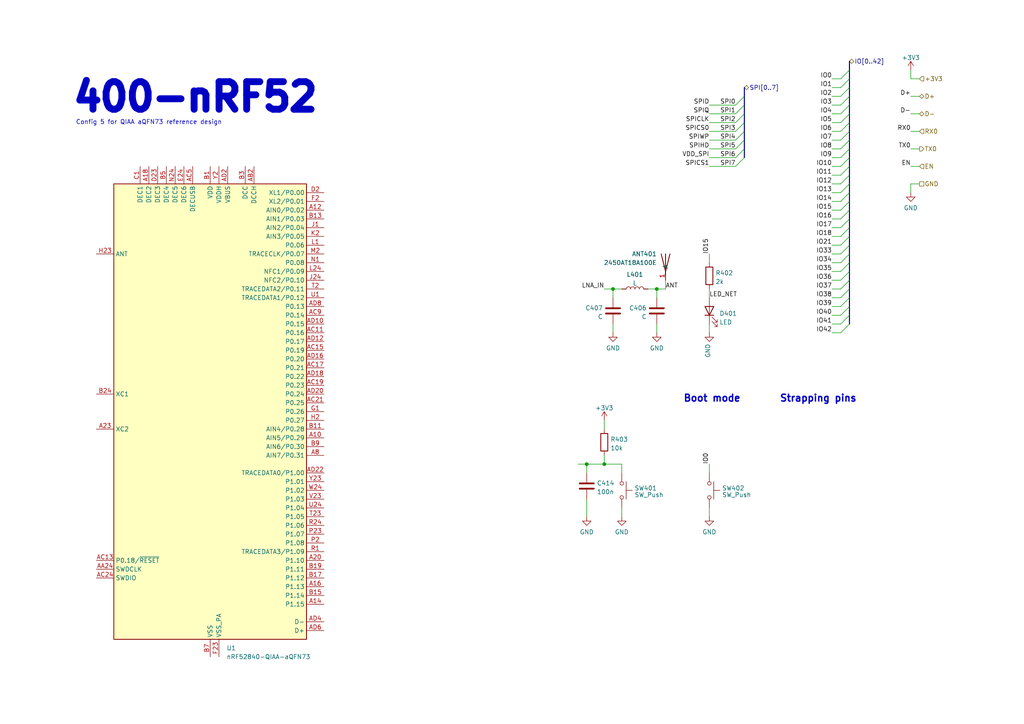
<source format=kicad_sch>
(kicad_sch (version 20231120) (generator "eeschema") (generator_version "8.0")
  (paper "A4")
  (title_block (title "PSoM - nRF52840") (date "2024-09-30") (rev "HW00") (company "PumaCorp") (comment 1 "Design by: NdG"))
  (lib_symbols
    (symbol "Component lib:2450AT18A100E" (pin_names (offset 0.762))
      (property "Reference" "ANT" (at 6.35 10.16 0))
      (property "Value" "2450AT18A100E" (at 6.35 7.62 0))
      (symbol "2450AT18A100E_0_1"
        (polyline (pts (xy 0 7.62) (xy 0 1.27)) (stroke (width 0.254)))
        (polyline (pts (xy 1.27 7.62) (xy 0 2.54) (xy -1.27 7.62)) (stroke (width 0.254)))
      )
      (symbol "2450AT18A100E_1_1"
        (pin input line (at 0 0 90) (length 2.54) (name "A") (number "1"))
      )
    )
    (symbol "Component lib:C" (pin_numbers hide) (pin_names (offset 0.254))
      (property "Reference" "C" (at 0.635 -1.27 0))
      (property "Value" "C" (at 0.635 -6.35 0))
      (symbol "C_0_1"
        (polyline (pts (xy -2.032 -4.572) (xy 2.032 -4.572)) (stroke (width 0.508)))
        (polyline (pts (xy -2.032 -3.048) (xy 2.032 -3.048)) (stroke (width 0.508)))
      )
      (symbol "C_1_1"
        (pin passive line (at 0 0 270) (length 2.794) (name "~") (number "1"))
        (pin passive line (at 0 -7.62 90) (length 2.794) (name "~") (number "2"))
      )
    )
    (symbol "Component lib:L" (pin_numbers hide) (pin_names (offset 1.016) hide)
      (property "Reference" "L" (at 3.81 -1.27 0))
      (property "Value" "L" (at 3.81 1.905 0))
      (symbol "L_0_1"
        (arc (start 2.54 0) (mid 1.905 0.6323) (end 1.27 0))
        (arc (start 3.81 0) (mid 3.175 0.6323) (end 2.54 0))
        (arc (start 5.08 0) (mid 4.445 0.6323) (end 3.81 0))
        (arc (start 6.35 0) (mid 5.715 0.6323) (end 5.08 0))
      )
      (symbol "L_1_1"
        (pin passive line (at 0 0 0) (length 1.27) (name "1") (number "1"))
        (pin passive line (at 7.62 0 180) (length 1.27) (name "2") (number "2"))
      )
    )
    (symbol "Component lib:LED" (pin_numbers hide) (pin_names (offset 1.016) hide)
      (property "Reference" "D" (at 3.81 2.54 0))
      (property "Value" "LED" (at 3.81 -2.54 0))
      (symbol "LED_0_1"
        (polyline (pts (xy 2.54 -1.27) (xy 2.54 1.27)) (stroke (width 0.254)))
        (polyline (pts (xy 2.54 0) (xy 5.08 0)))
        (polyline (pts (xy 5.08 -1.27) (xy 5.08 1.27) (xy 2.54 0) (xy 5.08 -1.27)) (stroke (width 0.254)))
        (polyline (pts (xy 0.762 -0.762) (xy -0.762 -2.286) (xy 0 -2.286) (xy -0.762 -2.286) (xy -0.762 -1.524)))
        (polyline (pts (xy 2.032 -0.762) (xy 0.508 -2.286) (xy 1.27 -2.286) (xy 0.508 -2.286) (xy 0.508 -1.524)))
      )
      (symbol "LED_1_1"
        (pin passive line (at 0 0 0) (length 2.54) (name "K") (number "1"))
        (pin passive line (at 7.62 0 180) (length 2.54) (name "A") (number "2"))
      )
    )
    (symbol "Component lib:R" (pin_numbers hide) (pin_names (offset 0))
      (property "Reference" "R" (at 2.032 -3.81 90))
      (property "Value" "R" (at 0 -3.81 90))
      (symbol "R_0_1"
        (rectangle (start -1.016 -6.35) (end 1.016 -1.27) (stroke (width 0.254)))
      )
      (symbol "R_1_1"
        (pin passive line (at 0 0 270) (length 1.27) (name "~") (number "1"))
        (pin passive line (at 0 -7.62 90) (length 1.27) (name "~") (number "2"))
      )
    )
    (symbol "Component_lib:nRF52840-QIAA-aQFN73"
      (property "Reference" "U" (at 0 5.08 0))
      (property "Value" "nRF52840-QIAA-aQFN73" (at 0 2.54 0))
      (symbol "nRF52840-QIAA-aQFN73_0_1"
        (rectangle (start -27.94 66.04) (end 27.94 -66.04) (stroke (width 0.254)) (fill (type background)))
      )
      (symbol "nRF52840-QIAA-aQFN73_1_1"
        (pin bidirectional line (at 33.02 -7.62 180) (length 5.08) (name "AIN5/P0.29") (number "A10"))
        (pin bidirectional line (at 33.02 58.42 180) (length 5.08) (name "AIN0/P0.02") (number "A12"))
        (pin bidirectional line (at 33.02 -55.88 180) (length 5.08) (name "P1.15") (number "A14"))
        (pin bidirectional line (at 33.02 -50.8 180) (length 5.08) (name "P1.13") (number "A16"))
        (pin passive line (at -17.78 71.12 270) (length 5.08) (name "DEC2") (number "A18"))
        (pin bidirectional line (at 33.02 -43.18 180) (length 5.08) (name "P1.10") (number "A20"))
        (pin passive line (at 0 71.12 270) (length 5.08) hide (name "VDD") (number "A22"))
        (pin input line (at -33.02 -5.08 0) (length 5.08) (name "XC2") (number "A23"))
        (pin bidirectional line (at 33.02 -12.7 180) (length 5.08) (name "AIN7/P0.31") (number "A8"))
        (pin input line (at -33.02 -45.72 0) (length 5.08) (name "SWDCLK") (number "AA24"))
        (pin power_out line (at 12.7 71.12 270) (length 5.08) (name "DCCH") (number "AB2"))
        (pin bidirectional line (at 33.02 22.86 180) (length 5.08) (name "P0.16") (number "AC11"))
        (pin bidirectional line (at -33.02 -43.18 0) (length 5.08) (name "P0.18/~{RESET}") (number "AC13"))
        (pin bidirectional line (at 33.02 17.78 180) (length 5.08) (name "P0.19") (number "AC15"))
        (pin bidirectional line (at 33.02 12.7 180) (length 5.08) (name "P0.21") (number "AC17"))
        (pin bidirectional line (at 33.02 7.62 180) (length 5.08) (name "P0.23") (number "AC19"))
        (pin bidirectional line (at 33.02 2.54 180) (length 5.08) (name "P0.25") (number "AC21"))
        (pin bidirectional line (at -33.02 -48.26 0) (length 5.08) (name "SWDIO") (number "AC24"))
        (pin passive line (at -5.08 71.12 270) (length 5.08) (name "DECUSB") (number "AC5"))
        (pin bidirectional line (at 33.02 27.94 180) (length 5.08) (name "P0.14") (number "AC9"))
        (pin bidirectional line (at 33.02 25.4 180) (length 5.08) (name "P0.15") (number "AD10"))
        (pin bidirectional line (at 33.02 20.32 180) (length 5.08) (name "P0.17") (number "AD12"))
        (pin passive line (at 0 71.12 270) (length 5.08) hide (name "VDD") (number "AD14"))
        (pin bidirectional line (at 33.02 15.24 180) (length 5.08) (name "P0.20") (number "AD16"))
        (pin bidirectional line (at 33.02 10.16 180) (length 5.08) (name "P0.22") (number "AD18"))
        (pin power_in line (at 5.08 71.12 270) (length 5.08) (name "VBUS") (number "AD2"))
        (pin bidirectional line (at 33.02 5.08 180) (length 5.08) (name "P0.24") (number "AD20"))
        (pin bidirectional line (at 33.02 -17.78 180) (length 5.08) (name "TRACEDATA0/P1.00") (number "AD22"))
        (pin passive line (at 0 71.12 270) (length 5.08) hide (name "VDD") (number "AD23"))
        (pin bidirectional line (at 33.02 -60.96 180) (length 5.08) (name "D-") (number "AD4"))
        (pin bidirectional line (at 33.02 -63.5 180) (length 5.08) (name "D+") (number "AD6"))
        (pin bidirectional line (at 33.02 30.48 180) (length 5.08) (name "P0.13") (number "AD8"))
        (pin power_in line (at 0 71.12 270) (length 5.08) (name "VDD") (number "B1"))
        (pin bidirectional line (at 33.02 -5.08 180) (length 5.08) (name "AIN4/P0.28") (number "B11"))
        (pin bidirectional line (at 33.02 55.88 180) (length 5.08) (name "AIN1/P0.03") (number "B13"))
        (pin bidirectional line (at 33.02 -53.34 180) (length 5.08) (name "P1.14") (number "B15"))
        (pin bidirectional line (at 33.02 -48.26 180) (length 5.08) (name "P1.12") (number "B17"))
        (pin bidirectional line (at 33.02 -45.72 180) (length 5.08) (name "P1.11") (number "B19"))
        (pin input line (at -33.02 5.08 0) (length 5.08) (name "XC1") (number "B24"))
        (pin power_out line (at 10.16 71.12 270) (length 5.08) (name "DCC") (number "B3"))
        (pin passive line (at -12.7 71.12 270) (length 5.08) (name "DEC4") (number "B5"))
        (pin power_in line (at 0 -71.12 90) (length 5.08) (name "VSS") (number "B7"))
        (pin bidirectional line (at 33.02 -10.16 180) (length 5.08) (name "AIN6/P0.30") (number "B9"))
        (pin passive line (at -20.32 71.12 270) (length 5.08) (name "DEC1") (number "C1"))
        (pin bidirectional line (at 33.02 63.5 180) (length 5.08) (name "XL1/P0.00") (number "D2"))
        (pin passive line (at -15.24 71.12 270) (length 5.08) (name "DEC3") (number "D23"))
        (pin passive line (at -7.62 71.12 270) (length 5.08) (name "DEC6") (number "E24"))
        (pin passive line (at 0 -71.12 90) (length 5.08) hide (name "VSS") (number "EP"))
        (pin bidirectional line (at 33.02 60.96 180) (length 5.08) (name "XL2/P0.01") (number "F2"))
        (pin power_in line (at 2.54 -71.12 90) (length 5.08) (name "VSS_PA") (number "F23"))
        (pin bidirectional line (at 33.02 0 180) (length 5.08) (name "P0.26") (number "G1"))
        (pin bidirectional line (at 33.02 -2.54 180) (length 5.08) (name "P0.27") (number "H2"))
        (pin passive line (at -33.02 45.72 0) (length 5.08) (name "ANT") (number "H23"))
        (pin bidirectional line (at 33.02 53.34 180) (length 5.08) (name "AIN2/P0.04") (number "J1"))
        (pin bidirectional line (at 33.02 38.1 180) (length 5.08) (name "NFC2/P0.10") (number "J24"))
        (pin bidirectional line (at 33.02 50.8 180) (length 5.08) (name "AIN3/P0.05") (number "K2"))
        (pin bidirectional line (at 33.02 48.26 180) (length 5.08) (name "P0.06") (number "L1"))
        (pin bidirectional line (at 33.02 40.64 180) (length 5.08) (name "NFC1/P0.09") (number "L24"))
        (pin bidirectional line (at 33.02 45.72 180) (length 5.08) (name "TRACECLK/P0.07") (number "M2"))
        (pin bidirectional line (at 33.02 43.18 180) (length 5.08) (name "P0.08") (number "N1"))
        (pin passive line (at -10.16 71.12 270) (length 5.08) (name "DEC5") (number "N24"))
        (pin bidirectional line (at 33.02 -38.1 180) (length 5.08) (name "P1.08") (number "P2"))
        (pin bidirectional line (at 33.02 -35.56 180) (length 5.08) (name "P1.07") (number "P23"))
        (pin bidirectional line (at 33.02 -40.64 180) (length 5.08) (name "TRACEDATA3/P1.09") (number "R1"))
        (pin bidirectional line (at 33.02 -33.02 180) (length 5.08) (name "P1.06") (number "R24"))
        (pin bidirectional line (at 33.02 35.56 180) (length 5.08) (name "TRACEDATA2/P0.11") (number "T2"))
        (pin bidirectional line (at 33.02 -30.48 180) (length 5.08) (name "P1.05") (number "T23"))
        (pin bidirectional line (at 33.02 33.02 180) (length 5.08) (name "TRACEDATA1/P0.12") (number "U1"))
        (pin bidirectional line (at 33.02 -27.94 180) (length 5.08) (name "P1.04") (number "U24"))
        (pin bidirectional line (at 33.02 -25.4 180) (length 5.08) (name "P1.03") (number "V23"))
        (pin passive line (at 0 71.12 270) (length 5.08) hide (name "VDD") (number "W1"))
        (pin bidirectional line (at 33.02 -22.86 180) (length 5.08) (name "P1.02") (number "W24"))
        (pin power_in line (at 2.54 71.12 270) (length 5.08) (name "VDDH") (number "Y2"))
        (pin bidirectional line (at 33.02 -20.32 180) (length 5.08) (name "P1.01") (number "Y23"))
      )
    )
    (symbol "Switch:SW_Push" (pin_numbers hide) (pin_names (offset 1.016) hide)
      (property "Reference" "SW" (at 1.27 2.54 0))
      (property "Value" "SW_Push" (at 0 -1.524 0))
      (symbol "SW_Push_0_1"
        (circle (center -2.032 0) (radius 0.508))
        (polyline (pts (xy 0 1.27) (xy 0 3.048)))
        (polyline (pts (xy 2.54 1.27) (xy -2.54 1.27)))
        (circle (center 2.032 0) (radius 0.508))
        (pin passive line (at -5.08 0 0) (length 2.54) (name "1") (number "1"))
        (pin passive line (at 5.08 0 180) (length 2.54) (name "2") (number "2"))
      )
    )
    (symbol "power:+3V3" (power) (pin_names (offset 0))
      (property "Value" "+3V3" (at 0 3.556 0))
      (symbol "+3V3_0_1"
        (polyline (pts (xy -0.762 1.27) (xy 0 2.54)))
        (polyline (pts (xy 0 0) (xy 0 2.54)))
        (polyline (pts (xy 0 2.54) (xy 0.762 1.27)))
      )
      (symbol "+3V3_1_1"
        (pin power_in line (at 0 0 90) (length 0) hide (name "+3V3") (number "1"))
      )
    )
    (symbol "power:GND" (power) (pin_names (offset 0))
      (property "Value" "GND" (at 0 -3.81 0))
      (symbol "GND_0_1"
        (polyline (pts (xy 0 0) (xy 0 -1.27) (xy 1.27 -1.27) (xy 0 -2.54) (xy -1.27 -1.27) (xy 0 -1.27)))
      )
      (symbol "GND_1_1"
        (pin power_in line (at 0 0 270) (length 0) hide (name "GND") (number "1"))
      )
    )
  )
  (junction (at 170.18 134.62))
  (junction (at 175.26 134.62))
  (junction (at 177.8 83.82))
  (junction (at 190.5 83.82))
  (bus_entry (at 243.84 86.36) (size 2.54 -2.54))
  (bus_entry (at 243.84 40.64) (size 2.54 -2.54))
  (bus_entry (at 243.84 55.88) (size 2.54 -2.54))
  (bus_entry (at 243.84 68.58) (size 2.54 -2.54))
  (bus_entry (at 213.36 43.18) (size 2.54 -2.54))
  (bus_entry (at 243.84 71.12) (size 2.54 -2.54))
  (bus_entry (at 213.36 48.26) (size 2.54 -2.54))
  (bus_entry (at 243.84 27.94) (size 2.54 -2.54))
  (bus_entry (at 243.84 88.9) (size 2.54 -2.54))
  (bus_entry (at 243.84 53.34) (size 2.54 -2.54))
  (bus_entry (at 243.84 93.98) (size 2.54 -2.54))
  (bus_entry (at 243.84 30.48) (size 2.54 -2.54))
  (bus_entry (at 243.84 33.02) (size 2.54 -2.54))
  (bus_entry (at 243.84 50.8) (size 2.54 -2.54))
  (bus_entry (at 243.84 38.1) (size 2.54 -2.54))
  (bus_entry (at 213.36 45.72) (size 2.54 -2.54))
  (bus_entry (at 243.84 78.74) (size 2.54 -2.54))
  (bus_entry (at 243.84 91.44) (size 2.54 -2.54))
  (bus_entry (at 243.84 35.56) (size 2.54 -2.54))
  (bus_entry (at 213.36 35.56) (size 2.54 -2.54))
  (bus_entry (at 243.84 60.96) (size 2.54 -2.54))
  (bus_entry (at 213.36 38.1) (size 2.54 -2.54))
  (bus_entry (at 243.84 45.72) (size 2.54 -2.54))
  (bus_entry (at 243.84 66.04) (size 2.54 -2.54))
  (bus_entry (at 213.36 40.64) (size 2.54 -2.54))
  (bus_entry (at 243.84 48.26) (size 2.54 -2.54))
  (bus_entry (at 243.84 43.18) (size 2.54 -2.54))
  (bus_entry (at 243.84 25.4) (size 2.54 -2.54))
  (bus_entry (at 243.84 96.52) (size 2.54 -2.54))
  (bus_entry (at 243.84 63.5) (size 2.54 -2.54))
  (bus_entry (at 243.84 83.82) (size 2.54 -2.54))
  (bus_entry (at 243.84 22.86) (size 2.54 -2.54))
  (bus_entry (at 213.36 30.48) (size 2.54 -2.54))
  (bus_entry (at 243.84 76.2) (size 2.54 -2.54))
  (bus_entry (at 243.84 81.28) (size 2.54 -2.54))
  (bus_entry (at 243.84 58.42) (size 2.54 -2.54))
  (bus_entry (at 243.84 73.66) (size 2.54 -2.54))
  (bus_entry (at 213.36 33.02) (size 2.54 -2.54))
  (wire (pts (xy 264.16 48.26) (xy 266.7 48.26)))
  (bus (pts (xy 246.38 50.8) (xy 246.38 53.34)))
  (bus (pts (xy 246.38 27.94) (xy 246.38 30.48)))
  (bus (pts (xy 246.38 63.5) (xy 246.38 66.04)))
  (wire (pts (xy 170.18 144.78) (xy 170.18 149.86)))
  (wire (pts (xy 264.16 22.86) (xy 266.7 22.86)))
  (wire (pts (xy 241.3 27.94) (xy 243.84 27.94)))
  (bus (pts (xy 246.38 43.18) (xy 246.38 45.72)))
  (wire (pts (xy 264.16 38.1) (xy 266.7 38.1)))
  (wire (pts (xy 241.3 96.52) (xy 243.84 96.52)))
  (bus (pts (xy 246.38 40.64) (xy 246.38 43.18)))
  (wire (pts (xy 241.3 30.48) (xy 243.84 30.48)))
  (wire (pts (xy 264.16 20.32) (xy 264.16 22.86)))
  (bus (pts (xy 246.38 88.9) (xy 246.38 91.44)))
  (wire (pts (xy 177.8 93.98) (xy 177.8 96.52)))
  (wire (pts (xy 205.74 45.72) (xy 213.36 45.72)))
  (wire (pts (xy 241.3 48.26) (xy 243.84 48.26)))
  (bus (pts (xy 246.38 78.74) (xy 246.38 81.28)))
  (wire (pts (xy 193.04 81.28) (xy 193.04 83.82)))
  (wire (pts (xy 241.3 40.64) (xy 243.84 40.64)))
  (wire (pts (xy 241.3 58.42) (xy 243.84 58.42)))
  (wire (pts (xy 241.3 93.98) (xy 243.84 93.98)))
  (bus (pts (xy 246.38 86.36) (xy 246.38 88.9)))
  (wire (pts (xy 264.16 27.94) (xy 266.7 27.94)))
  (wire (pts (xy 241.3 43.18) (xy 243.84 43.18)))
  (bus (pts (xy 246.38 20.32) (xy 246.38 22.86)))
  (wire (pts (xy 180.34 147.32) (xy 180.34 149.86)))
  (wire (pts (xy 193.04 83.82) (xy 190.5 83.82)))
  (bus (pts (xy 246.38 66.04) (xy 246.38 68.58)))
  (wire (pts (xy 205.74 38.1) (xy 213.36 38.1)))
  (wire (pts (xy 205.74 73.66) (xy 205.74 76.2)))
  (bus (pts (xy 246.38 68.58) (xy 246.38 71.12)))
  (wire (pts (xy 241.3 35.56) (xy 243.84 35.56)))
  (wire (pts (xy 190.5 93.98) (xy 190.5 96.52)))
  (wire (pts (xy 177.8 83.82) (xy 177.8 86.36)))
  (bus (pts (xy 215.9 35.56) (xy 215.9 38.1)))
  (bus (pts (xy 215.9 25.4) (xy 215.9 27.94)))
  (bus (pts (xy 246.38 38.1) (xy 246.38 40.64)))
  (wire (pts (xy 177.8 83.82) (xy 175.26 83.82)))
  (bus (pts (xy 246.38 35.56) (xy 246.38 38.1)))
  (bus (pts (xy 215.9 43.18) (xy 215.9 45.72)))
  (bus (pts (xy 246.38 45.72) (xy 246.38 48.26)))
  (wire (pts (xy 241.3 45.72) (xy 243.84 45.72)))
  (wire (pts (xy 241.3 91.44) (xy 243.84 91.44)))
  (wire (pts (xy 241.3 68.58) (xy 243.84 68.58)))
  (bus (pts (xy 246.38 17.78) (xy 246.38 20.32)))
  (wire (pts (xy 243.84 76.2) (xy 241.3 76.2)))
  (bus (pts (xy 246.38 25.4) (xy 246.38 27.94)))
  (wire (pts (xy 241.3 38.1) (xy 243.84 38.1)))
  (bus (pts (xy 246.38 53.34) (xy 246.38 55.88)))
  (wire (pts (xy 175.26 121.92) (xy 175.26 124.46)))
  (bus (pts (xy 215.9 40.64) (xy 215.9 43.18)))
  (wire (pts (xy 205.74 30.48) (xy 213.36 30.48)))
  (wire (pts (xy 190.5 83.82) (xy 187.96 83.82)))
  (wire (pts (xy 241.3 66.04) (xy 243.84 66.04)))
  (wire (pts (xy 241.3 25.4) (xy 243.84 25.4)))
  (wire (pts (xy 264.16 53.34) (xy 266.7 53.34)))
  (wire (pts (xy 243.84 81.28) (xy 241.3 81.28)))
  (wire (pts (xy 205.74 43.18) (xy 213.36 43.18)))
  (wire (pts (xy 205.74 35.56) (xy 213.36 35.56)))
  (bus (pts (xy 246.38 83.82) (xy 246.38 86.36)))
  (wire (pts (xy 243.84 78.74) (xy 241.3 78.74)))
  (bus (pts (xy 246.38 91.44) (xy 246.38 93.98)))
  (bus (pts (xy 246.38 33.02) (xy 246.38 35.56)))
  (wire (pts (xy 205.74 134.62) (xy 205.74 137.16)))
  (wire (pts (xy 205.74 40.64) (xy 213.36 40.64)))
  (wire (pts (xy 241.3 50.8) (xy 243.84 50.8)))
  (wire (pts (xy 190.5 86.36) (xy 190.5 83.82)))
  (wire (pts (xy 170.18 134.62) (xy 175.26 134.62)))
  (wire (pts (xy 264.16 33.02) (xy 266.7 33.02)))
  (wire (pts (xy 241.3 73.66) (xy 243.84 73.66)))
  (wire (pts (xy 241.3 22.86) (xy 243.84 22.86)))
  (wire (pts (xy 180.34 83.82) (xy 177.8 83.82)))
  (wire (pts (xy 264.16 55.88) (xy 264.16 53.34)))
  (wire (pts (xy 241.3 55.88) (xy 243.84 55.88)))
  (bus (pts (xy 246.38 60.96) (xy 246.38 63.5)))
  (bus (pts (xy 215.9 33.02) (xy 215.9 35.56)))
  (wire (pts (xy 175.26 134.62) (xy 180.34 134.62)))
  (wire (pts (xy 205.74 48.26) (xy 213.36 48.26)))
  (wire (pts (xy 205.74 33.02) (xy 213.36 33.02)))
  (bus (pts (xy 215.9 27.94) (xy 215.9 30.48)))
  (wire (pts (xy 243.84 86.36) (xy 241.3 86.36)))
  (wire (pts (xy 241.3 60.96) (xy 243.84 60.96)))
  (wire (pts (xy 241.3 53.34) (xy 243.84 53.34)))
  (bus (pts (xy 215.9 38.1) (xy 215.9 40.64)))
  (bus (pts (xy 215.9 30.48) (xy 215.9 33.02)))
  (wire (pts (xy 243.84 83.82) (xy 241.3 83.82)))
  (wire (pts (xy 241.3 71.12) (xy 243.84 71.12)))
  (bus (pts (xy 246.38 48.26) (xy 246.38 50.8)))
  (wire (pts (xy 175.26 132.08) (xy 175.26 134.62)))
  (wire (pts (xy 205.74 147.32) (xy 205.74 149.86)))
  (bus (pts (xy 246.38 76.2) (xy 246.38 78.74)))
  (wire (pts (xy 241.3 63.5) (xy 243.84 63.5)))
  (wire (pts (xy 205.74 83.82) (xy 205.74 86.36)))
  (bus (pts (xy 246.38 81.28) (xy 246.38 83.82)))
  (wire (pts (xy 170.18 134.62) (xy 170.18 137.16)))
  (wire (pts (xy 264.16 43.18) (xy 266.7 43.18)))
  (bus (pts (xy 246.38 30.48) (xy 246.38 33.02)))
  (wire (pts (xy 167.64 134.62) (xy 170.18 134.62)))
  (wire (pts (xy 205.74 93.98) (xy 205.74 96.52)))
  (bus (pts (xy 246.38 22.86) (xy 246.38 25.4)))
  (bus (pts (xy 246.38 71.12) (xy 246.38 73.66)))
  (wire (pts (xy 241.3 88.9) (xy 243.84 88.9)))
  (bus (pts (xy 246.38 58.42) (xy 246.38 60.96)))
  (bus (pts (xy 246.38 55.88) (xy 246.38 58.42)))
  (wire (pts (xy 180.34 134.62) (xy 180.34 137.16)))
  (wire (pts (xy 241.3 33.02) (xy 243.84 33.02)))
  (bus (pts (xy 246.38 73.66) (xy 246.38 76.2)))
  (text "Boot mode\n" (at 198.12 116.84 0) (effects (font (size 2 2) (thickness 0.4) (bold yes)) (justify left bottom)))
  (text "400-nRF52" (at 20.32 33.02 0) (effects (font (size 8 8) (thickness 3) (bold yes)) (justify left bottom)))
  (text "Strapping pins" (at 226.06 116.84 0) (effects (font (size 2 2) (thickness 0.4) (bold yes)) (justify left bottom)))
  (text "Config 5 for QIAA aQFN73 reference design" (at 43.18 35.56 0) (effects (font (size 1.27 1.27))))
  (label "IO3" (at 241.3 30.48 180))
  (label "IO15" (at 241.3 60.96 180))
  (label "SPI0" (at 213.36 30.48 180))
  (label "IO38" (at 241.3 86.36 180))
  (label "IO37" (at 241.3 83.82 180))
  (label "IO39" (at 241.3 88.9 180))
  (label "EN" (at 264.16 48.26 180))
  (label "IO42" (at 241.3 96.52 180))
  (label "IO6" (at 241.3 38.1 180))
  (label "IO7" (at 241.3 40.64 180))
  (label "SPICLK" (at 205.74 35.56 180))
  (label "SPI1" (at 213.36 33.02 180))
  (label "IO4" (at 241.3 33.02 180))
  (label "IO14" (at 241.3 58.42 180))
  (label "IO40" (at 241.3 91.44 180))
  (label "TX0" (at 264.16 43.18 180))
  (label "SPI5" (at 213.36 43.18 180))
  (label "SPIHD" (at 205.74 43.18 180))
  (label "IO10" (at 241.3 48.26 180))
  (label "IO21" (at 241.3 71.12 180))
  (label "SPICS1" (at 205.74 48.26 180))
  (label "IO5" (at 241.3 35.56 180))
  (label "IO12" (at 241.3 53.34 180))
  (label "IO0" (at 205.74 134.62 90))
  (label "IO16" (at 241.3 63.5 180))
  (label "SPIQ" (at 205.74 33.02 180))
  (label "IO2" (at 241.3 27.94 180))
  (label "LNA_IN" (at 175.26 83.82 180))
  (label "IO11" (at 241.3 50.8 180))
  (label "IO0" (at 241.3 22.86 180))
  (label "SPI4" (at 213.36 40.64 180))
  (label "SPICS0" (at 205.74 38.1 180))
  (label "IO1" (at 241.3 25.4 180))
  (label "SPI3" (at 213.36 38.1 180))
  (label "IO15" (at 205.74 73.66 90))
  (label "IO33" (at 241.3 73.66 180))
  (label "SPI2" (at 213.36 35.56 180))
  (label "SPI7" (at 213.36 48.26 180))
  (label "LED_NET" (at 205.74 86.36 0))
  (label "SPIWP" (at 205.74 40.64 180))
  (label "IO35" (at 241.3 78.74 180))
  (label "RX0" (at 264.16 38.1 180))
  (label "VDD_SPI" (at 205.74 45.72 180))
  (label "IO8" (at 241.3 43.18 180))
  (label "SPI6" (at 213.36 45.72 180))
  (label "IO34" (at 241.3 76.2 180))
  (label "SPID" (at 205.74 30.48 180))
  (label "IO17" (at 241.3 66.04 180))
  (label "ANT" (at 193.04 83.82 0))
  (label "IO9" (at 241.3 45.72 180))
  (label "IO36" (at 241.3 81.28 180))
  (label "D-" (at 264.16 33.02 180))
  (label "IO13" (at 241.3 55.88 180))
  (label "IO18" (at 241.3 68.58 180))
  (label "IO41" (at 241.3 93.98 180))
  (label "D+" (at 264.16 27.94 180))
  (hierarchical_label "+3V3" (shape input) (at 266.7 22.86 0))
  (hierarchical_label "IO[0..42]" (shape bidirectional) (at 246.38 17.78 0))
  (hierarchical_label "D+" (shape bidirectional) (at 266.7 27.94 0))
  (hierarchical_label "SPI[0..7]" (shape bidirectional) (at 215.9 25.4 0))
  (hierarchical_label "GND" (shape passive) (at 266.7 53.34 0))
  (hierarchical_label "D-" (shape bidirectional) (at 266.7 33.02 0))
  (hierarchical_label "EN" (shape input) (at 266.7 48.26 0))
  (hierarchical_label "TX0" (shape output) (at 266.7 43.18 0))
  (hierarchical_label "RX0" (shape input) (at 266.7 38.1 0))
  (symbol (lib_id "power:+3V3") (at 264.16 20.32 0) (unit 1)
    (property "Reference" "#PWR0401" (effects (hide yes)))
    (property "Value" "+3V3" (at 264.16 16.7442 0))
  )
  (symbol (lib_id "power:GND") (at 177.8 96.52 0) (mirror y) (unit 1)
    (property "Reference" "#PWR0414" (effects (hide yes)))
    (property "Value" "GND" (at 177.8 100.9634 0))
  )
  (symbol (lib_id "Component lib:2450AT18A100E") (at 193.04 81.28 0) (mirror y) (unit 1)
    (property "Reference" "ANT401" (at 190.5 73.66 0) (effects (justify left)))
    (property "Value" "2450AT18A100E" (at 190.5 76.2 0) (effects (justify left)))
    (property "Footprint" "Component_lib:ANTC3216X140N" (effects (hide yes)))
    (property "Datasheet" "https://www.johansontechnology.com/datasheets/2450AT18A100/2450AT18A100.pdf" (effects (hide yes)))
    (property "Description" "Antennas 2.45GHz ANTENNA" (effects (hide yes)))
    (property "Height" "1.4" (effects (hide yes)))
    (property "Mouser Part Number" "609-2450AT18A100E" (effects (hide yes)))
    (property "Mouser Price/Stock" "https://www.mouser.co.uk/ProductDetail/Johanson-Technology/2450AT18A100E?qs=yCnrNFeXz%252BjzOYKPg7LGCw%3D%3D" (effects (hide yes)))
    (property "Manufacturer_Name" "JOHANSON TECHNOLOGY" (effects (hide yes)))
    (property "Manufacturer_Part_Number" "2450AT18A100E" (effects (hide yes)))
  )
  (symbol (lib_id "power:GND") (at 170.18 149.86 0) (unit 1)
    (property "Reference" "#PWR0427" (effects (hide yes)))
    (property "Value" "GND" (at 170.18 154.3034 0))
  )
  (symbol (lib_id "Component_lib:nRF52840-QIAA-aQFN73") (at 60.96 119.38 0) (unit 1)
    (property "Reference" "U1" (at 65.6941 187.96 0) (effects (justify left)))
    (property "Value" "nRF52840-QIAA-aQFN73" (at 65.6941 190.5 0) (effects (justify left)))
    (property "Footprint" "Package_DFN_QFN:Nordic_AQFN-73-1EP_7x7mm_P0.5mm" (effects (hide yes)))
    (property "Datasheet" "http://infocenter.nordicsemi.com/topic/com.nordic.infocenter.nrf52/dita/nrf52/chips/nrf52840.html" (effects (hide yes)))
    (property "Description" "Multiprotocol BLE/ANT/2.4 GHz/802.15.4 Cortex-M4F SoC, AQFN-73" (effects (hide yes)))
  )
  (symbol (lib_id "Component lib:C") (at 177.8 86.36 0) (mirror y) (unit 1)
    (property "Reference" "C407" (at 174.879 89.3353 0) (effects (justify left)))
    (property "Value" "C" (at 174.879 91.8722 0) (effects (justify left)))
    (property "Footprint" "Capacitor_SMD:C_0201_0603Metric" (effects (hide yes)))
  )
  (symbol (lib_id "Component lib:L") (at 187.96 83.82 0) (mirror y) (unit 1)
    (property "Reference" "L401" (at 184.15 79.6122 0))
    (property "Value" "L" (at 184.15 82.1491 0))
    (property "Footprint" "Inductor_SMD:L_0201_0603Metric" (effects (hide yes)))
  )
  (symbol (lib_id "power:GND") (at 180.34 149.86 0) (unit 1)
    (property "Reference" "#PWR0428" (effects (hide yes)))
    (property "Value" "GND" (at 180.34 154.3034 0))
  )
  (symbol (lib_id "power:GND") (at 205.74 96.52 0) (unit 1)
    (property "Reference" "#PWR0415" (effects (hide yes)))
    (property "Value" "GND" (at 205.3062 99.695 90) (effects (justify right)))
  )
  (symbol (lib_id "Component lib:C") (at 190.5 86.36 0) (mirror y) (unit 1)
    (property "Reference" "C406" (at 187.579 89.3353 0) (effects (justify left)))
    (property "Value" "C" (at 187.579 91.8722 0) (effects (justify left)))
    (property "Footprint" "Capacitor_SMD:C_0201_0603Metric" (effects (hide yes)))
  )
  (symbol (lib_id "power:+3V3") (at 175.26 121.92 0) (unit 1)
    (property "Reference" "#PWR0421" (effects (hide yes)))
    (property "Value" "+3V3" (at 175.26 118.3442 0))
  )
  (symbol (lib_id "Component lib:C") (at 170.18 137.16 0) (unit 1)
    (property "Reference" "C414" (at 173.101 140.1353 0) (effects (justify left)))
    (property "Value" "100n" (at 173.101 142.6722 0) (effects (justify left)))
    (property "Footprint" "Capacitor_SMD:C_0201_0603Metric" (effects (hide yes)))
  )
  (symbol (lib_id "power:GND") (at 264.16 55.88 0) (unit 1)
    (property "Reference" "#PWR0403" (effects (hide yes)))
    (property "Value" "GND" (at 264.16 60.3234 0))
  )
  (symbol (lib_id "power:GND") (at 190.5 96.52 0) (mirror y) (unit 1)
    (property "Reference" "#PWR0413" (effects (hide yes)))
    (property "Value" "GND" (at 190.5 100.9634 0))
  )
  (symbol (lib_id "Component lib:LED") (at 205.74 93.98 90) (unit 1)
    (property "Reference" "D401" (at 208.661 90.9228 90) (effects (justify right)))
    (property "Value" "LED" (at 208.661 93.4597 90) (effects (justify right)))
    (property "Footprint" "LED_SMD:LED_0402_1005Metric" (effects (hide yes)))
  )
  (symbol (lib_id "Component lib:R") (at 175.26 124.46 0) (unit 1)
    (property "Reference" "R403" (at 177.038 127.4353 0) (effects (justify left)))
    (property "Value" "10k" (at 177.038 129.9722 0) (effects (justify left)))
    (property "Footprint" "Resistor_SMD:R_0201_0603Metric" (effects (hide yes)))
  )
  (symbol (lib_id "Component lib:R") (at 205.74 76.2 0) (unit 1)
    (property "Reference" "R402" (at 207.518 79.1753 0) (effects (justify left)))
    (property "Value" "2k" (at 207.518 81.7122 0) (effects (justify left)))
    (property "Footprint" "Resistor_SMD:R_0402_1005Metric" (effects (hide yes)))
  )
  (symbol (lib_id "power:GND") (at 205.74 149.86 0) (unit 1)
    (property "Reference" "#PWR0429" (effects (hide yes)))
    (property "Value" "GND" (at 205.74 154.3034 0))
  )
  (symbol (lib_id "Switch:SW_Push") (at 205.74 142.24 270) (unit 1)
    (property "Reference" "SW402" (at 209.423 141.5963 90) (effects (justify left)))
    (property "Value" "SW_Push" (at 209.423 143.5173 90) (effects (justify left)))
    (property "Footprint" "Component_lib:B3U-1000P" (effects (hide yes)))
  )
  (symbol (lib_id "Switch:SW_Push") (at 180.34 142.24 270) (unit 1)
    (property "Reference" "SW401" (at 184.023 141.5963 90) (effects (justify left)))
    (property "Value" "SW_Push" (at 184.023 143.5173 90) (effects (justify left)))
    (property "Footprint" "Component_lib:B3U-1000P" (effects (hide yes)))
  )
)
</source>
